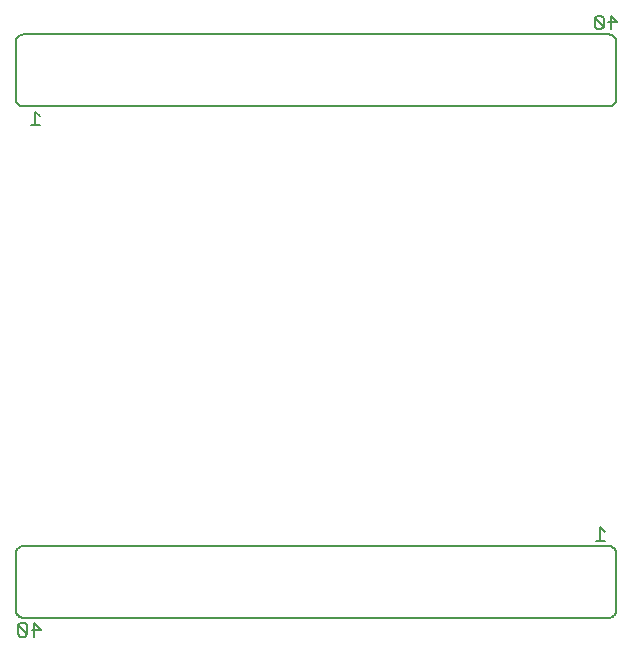
<source format=gbo>
G75*
G70*
%OFA0B0*%
%FSLAX24Y24*%
%IPPOS*%
%LPD*%
%AMOC8*
5,1,8,0,0,1.08239X$1,22.5*
%
%ADD10C,0.0060*%
%ADD11C,0.0050*%
D10*
X003800Y001200D02*
X003800Y003100D01*
X003802Y003130D01*
X003807Y003160D01*
X003816Y003189D01*
X003829Y003216D01*
X003844Y003242D01*
X003863Y003266D01*
X003884Y003287D01*
X003908Y003306D01*
X003934Y003321D01*
X003961Y003334D01*
X003990Y003343D01*
X004020Y003348D01*
X004050Y003350D01*
X023550Y003350D01*
X023580Y003348D01*
X023610Y003343D01*
X023639Y003334D01*
X023666Y003321D01*
X023692Y003306D01*
X023716Y003287D01*
X023737Y003266D01*
X023756Y003242D01*
X023771Y003216D01*
X023784Y003189D01*
X023793Y003160D01*
X023798Y003130D01*
X023800Y003100D01*
X023800Y001200D01*
X023798Y001170D01*
X023793Y001140D01*
X023784Y001111D01*
X023771Y001084D01*
X023756Y001058D01*
X023737Y001034D01*
X023716Y001013D01*
X023692Y000994D01*
X023666Y000979D01*
X023639Y000966D01*
X023610Y000957D01*
X023580Y000952D01*
X023550Y000950D01*
X004050Y000950D01*
X004020Y000952D01*
X003990Y000957D01*
X003961Y000966D01*
X003934Y000979D01*
X003908Y000994D01*
X003884Y001013D01*
X003863Y001034D01*
X003844Y001058D01*
X003829Y001084D01*
X003816Y001111D01*
X003807Y001140D01*
X003802Y001170D01*
X003800Y001200D01*
X004050Y018000D02*
X023550Y018000D01*
X023580Y018002D01*
X023610Y018007D01*
X023639Y018016D01*
X023666Y018029D01*
X023692Y018044D01*
X023716Y018063D01*
X023737Y018084D01*
X023756Y018108D01*
X023771Y018134D01*
X023784Y018161D01*
X023793Y018190D01*
X023798Y018220D01*
X023800Y018250D01*
X023800Y020150D01*
X023798Y020180D01*
X023793Y020210D01*
X023784Y020239D01*
X023771Y020266D01*
X023756Y020292D01*
X023737Y020316D01*
X023716Y020337D01*
X023692Y020356D01*
X023666Y020371D01*
X023639Y020384D01*
X023610Y020393D01*
X023580Y020398D01*
X023550Y020400D01*
X004050Y020400D01*
X004020Y020398D01*
X003990Y020393D01*
X003961Y020384D01*
X003934Y020371D01*
X003908Y020356D01*
X003884Y020337D01*
X003863Y020316D01*
X003844Y020292D01*
X003829Y020266D01*
X003816Y020239D01*
X003807Y020210D01*
X003802Y020180D01*
X003800Y020150D01*
X003800Y018250D01*
X003802Y018220D01*
X003807Y018190D01*
X003816Y018161D01*
X003829Y018134D01*
X003844Y018108D01*
X003863Y018084D01*
X003884Y018063D01*
X003908Y018044D01*
X003934Y018029D01*
X003961Y018016D01*
X003990Y018007D01*
X004020Y018002D01*
X004050Y018000D01*
D11*
X003864Y000400D02*
X003939Y000325D01*
X004090Y000325D01*
X004165Y000400D01*
X003864Y000700D01*
X003864Y000400D01*
X003864Y000700D02*
X003939Y000775D01*
X004090Y000775D01*
X004165Y000700D01*
X004165Y000400D01*
X004325Y000550D02*
X004625Y000550D01*
X004400Y000775D01*
X004400Y000325D01*
X004435Y017375D02*
X004435Y017825D01*
X004585Y017675D01*
X004585Y017375D02*
X004285Y017375D01*
X023085Y020650D02*
X023160Y020575D01*
X023310Y020575D01*
X023385Y020650D01*
X023085Y020950D01*
X023085Y020650D01*
X023085Y020950D02*
X023160Y021025D01*
X023310Y021025D01*
X023385Y020950D01*
X023385Y020650D01*
X023546Y020800D02*
X023846Y020800D01*
X023621Y021025D01*
X023621Y020575D01*
X023275Y003975D02*
X023275Y003525D01*
X023425Y003525D02*
X023125Y003525D01*
X023425Y003825D02*
X023275Y003975D01*
M02*

</source>
